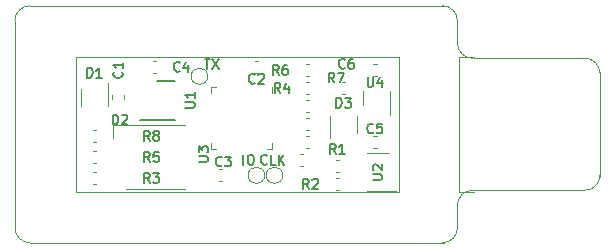
<source format=gbr>
G04 #@! TF.GenerationSoftware,KiCad,Pcbnew,5.1.6-c6e7f7d~86~ubuntu20.04.1*
G04 #@! TF.CreationDate,2020-07-01T18:46:00+05:00*
G04 #@! TF.ProjectId,Main,4d61696e-2e6b-4696-9361-645f70636258,rev?*
G04 #@! TF.SameCoordinates,Original*
G04 #@! TF.FileFunction,Legend,Top*
G04 #@! TF.FilePolarity,Positive*
%FSLAX46Y46*%
G04 Gerber Fmt 4.6, Leading zero omitted, Abs format (unit mm)*
G04 Created by KiCad (PCBNEW 5.1.6-c6e7f7d~86~ubuntu20.04.1) date 2020-07-01 18:46:00*
%MOMM*%
%LPD*%
G01*
G04 APERTURE LIST*
%ADD10C,0.050000*%
%ADD11C,0.152400*%
%ADD12C,0.120000*%
%ADD13C,0.150000*%
G04 APERTURE END LIST*
D10*
X138303000Y-111633000D02*
X173355000Y-111633000D01*
X137033000Y-92837000D02*
X137033000Y-110363000D01*
X185293000Y-107188000D02*
X175768000Y-107188000D01*
X186563000Y-105918000D02*
G75*
G02*
X185293000Y-107188000I-1270000J0D01*
G01*
X186563000Y-97155000D02*
X186563000Y-106045000D01*
X173355000Y-91567000D02*
X138303000Y-91567000D01*
X185293000Y-96012000D02*
G75*
G02*
X186563000Y-97282000I0J-1270000D01*
G01*
X174498000Y-110363000D02*
G75*
G02*
X173228000Y-111633000I-1270000J0D01*
G01*
X175768000Y-96012000D02*
G75*
G02*
X174498000Y-94742000I0J1270000D01*
G01*
X138303000Y-111633000D02*
G75*
G02*
X137033000Y-110363000I0J1270000D01*
G01*
X174498000Y-108458000D02*
X174498000Y-110363000D01*
X137033000Y-92837000D02*
G75*
G02*
X138303000Y-91567000I1270000J0D01*
G01*
X174498000Y-92837000D02*
X174498000Y-94742000D01*
X173228000Y-91567000D02*
G75*
G02*
X174498000Y-92837000I0J-1270000D01*
G01*
X175895000Y-96012000D02*
X185420000Y-96012000D01*
X174498000Y-108458000D02*
G75*
G02*
X175768000Y-107188000I1270000J0D01*
G01*
D11*
X153084469Y-96074895D02*
X153548926Y-96074895D01*
X153316698Y-96887695D02*
X153316698Y-96074895D01*
X153742450Y-96074895D02*
X154284317Y-96887695D01*
X154284317Y-96074895D02*
X153742450Y-96887695D01*
X158364040Y-104938285D02*
X158325336Y-104976990D01*
X158209221Y-105015695D01*
X158131812Y-105015695D01*
X158015698Y-104976990D01*
X157938288Y-104899580D01*
X157899583Y-104822171D01*
X157860879Y-104667352D01*
X157860879Y-104551238D01*
X157899583Y-104396419D01*
X157938288Y-104319009D01*
X158015698Y-104241600D01*
X158131812Y-104202895D01*
X158209221Y-104202895D01*
X158325336Y-104241600D01*
X158364040Y-104280304D01*
X159099431Y-105015695D02*
X158712383Y-105015695D01*
X158712383Y-104202895D01*
X159370364Y-105015695D02*
X159370364Y-104202895D01*
X159834821Y-105015695D02*
X159486479Y-104551238D01*
X159834821Y-104202895D02*
X159370364Y-104667352D01*
X156375583Y-105015695D02*
X156375583Y-104202895D01*
X156917450Y-104202895D02*
X157072269Y-104202895D01*
X157149679Y-104241600D01*
X157227088Y-104319009D01*
X157265793Y-104473828D01*
X157265793Y-104744761D01*
X157227088Y-104899580D01*
X157149679Y-104976990D01*
X157072269Y-105015695D01*
X156917450Y-105015695D01*
X156840040Y-104976990D01*
X156762631Y-104899580D01*
X156723926Y-104744761D01*
X156723926Y-104473828D01*
X156762631Y-104319009D01*
X156840040Y-104241600D01*
X156917450Y-104202895D01*
D10*
X169545000Y-95885000D02*
X142240000Y-95885000D01*
X169545000Y-107315000D02*
X169545000Y-95885000D01*
X142240000Y-95885000D02*
X142240000Y-107315000D01*
X142240000Y-107315000D02*
X169545000Y-107315000D01*
D12*
X167650279Y-96518000D02*
X167324721Y-96518000D01*
X167650279Y-97538000D02*
X167324721Y-97538000D01*
D13*
X149098000Y-97918000D02*
X150598000Y-97918000D01*
X147598000Y-101218000D02*
X150598000Y-101218000D01*
D12*
X161960779Y-99566000D02*
X161635221Y-99566000D01*
X161960779Y-100586000D02*
X161635221Y-100586000D01*
X161960779Y-101090000D02*
X161635221Y-101090000D01*
X161960779Y-102110000D02*
X161635221Y-102110000D01*
X161960779Y-102614000D02*
X161635221Y-102614000D01*
X161960779Y-103634000D02*
X161635221Y-103634000D01*
X161452779Y-104138000D02*
X161127221Y-104138000D01*
X161452779Y-105158000D02*
X161127221Y-105158000D01*
X166497000Y-99992500D02*
X166497000Y-98742500D01*
X168783000Y-100774500D02*
X168783000Y-98742500D01*
X158820000Y-98957000D02*
X158820000Y-98482000D01*
X153600000Y-103702000D02*
X154075000Y-103702000D01*
X153600000Y-103227000D02*
X153600000Y-103702000D01*
X153600000Y-98482000D02*
X154075000Y-98482000D01*
X153600000Y-98957000D02*
X153600000Y-98482000D01*
X158820000Y-103702000D02*
X158345000Y-103702000D01*
X158820000Y-103227000D02*
X158820000Y-103702000D01*
X166867000Y-107274000D02*
X169317000Y-107274000D01*
X168667000Y-104054000D02*
X166867000Y-104054000D01*
X159704000Y-105918000D02*
G75*
G03*
X159704000Y-105918000I-700000J0D01*
G01*
X158180000Y-105918000D02*
G75*
G03*
X158180000Y-105918000I-700000J0D01*
G01*
X153354000Y-97536000D02*
G75*
G03*
X153354000Y-97536000I-700000J0D01*
G01*
X143926779Y-102106000D02*
X143601221Y-102106000D01*
X143926779Y-103126000D02*
X143601221Y-103126000D01*
X164683221Y-99062000D02*
X165008779Y-99062000D01*
X164683221Y-98042000D02*
X165008779Y-98042000D01*
X161635221Y-97538000D02*
X161960779Y-97538000D01*
X161635221Y-96518000D02*
X161960779Y-96518000D01*
X143926779Y-103884000D02*
X143601221Y-103884000D01*
X143926779Y-104904000D02*
X143601221Y-104904000D01*
X161635221Y-99062000D02*
X161960779Y-99062000D01*
X161635221Y-98042000D02*
X161960779Y-98042000D01*
X143926779Y-105662000D02*
X143601221Y-105662000D01*
X143926779Y-106682000D02*
X143601221Y-106682000D01*
X164175221Y-107190000D02*
X164500779Y-107190000D01*
X164175221Y-106170000D02*
X164500779Y-106170000D01*
X164175221Y-105666000D02*
X164500779Y-105666000D01*
X164175221Y-104646000D02*
X164500779Y-104646000D01*
X174625000Y-95900000D02*
X174625000Y-107300000D01*
X174625000Y-95900000D02*
X175895000Y-95900000D01*
X174625000Y-107300000D02*
X175895000Y-107300000D01*
X166006000Y-102300000D02*
X166006000Y-100900000D01*
X163686000Y-100900000D02*
X163686000Y-102800000D01*
X151471000Y-107094000D02*
X146471000Y-107094000D01*
X145371000Y-102794000D02*
X145371000Y-101694000D01*
X145371000Y-101694000D02*
X151471000Y-101694000D01*
X144924000Y-100014000D02*
X144924000Y-98114000D01*
X142604000Y-98614000D02*
X142604000Y-100014000D01*
X167650279Y-102614000D02*
X167324721Y-102614000D01*
X167650279Y-103634000D02*
X167324721Y-103634000D01*
X148681221Y-97284000D02*
X149006779Y-97284000D01*
X148681221Y-96264000D02*
X149006779Y-96264000D01*
X154594779Y-105408000D02*
X154269221Y-105408000D01*
X154594779Y-106428000D02*
X154269221Y-106428000D01*
X157317221Y-97284000D02*
X157642779Y-97284000D01*
X157317221Y-96264000D02*
X157642779Y-96264000D01*
X145286000Y-99151221D02*
X145286000Y-99476779D01*
X146306000Y-99151221D02*
X146306000Y-99476779D01*
D11*
X164964533Y-96810285D02*
X164925828Y-96848990D01*
X164809714Y-96887695D01*
X164732304Y-96887695D01*
X164616190Y-96848990D01*
X164538780Y-96771580D01*
X164500076Y-96694171D01*
X164461371Y-96539352D01*
X164461371Y-96423238D01*
X164500076Y-96268419D01*
X164538780Y-96191009D01*
X164616190Y-96113600D01*
X164732304Y-96074895D01*
X164809714Y-96074895D01*
X164925828Y-96113600D01*
X164964533Y-96152304D01*
X165661219Y-96074895D02*
X165506400Y-96074895D01*
X165428990Y-96113600D01*
X165390285Y-96152304D01*
X165312876Y-96268419D01*
X165274171Y-96423238D01*
X165274171Y-96732876D01*
X165312876Y-96810285D01*
X165351580Y-96848990D01*
X165428990Y-96887695D01*
X165583809Y-96887695D01*
X165661219Y-96848990D01*
X165699923Y-96810285D01*
X165738628Y-96732876D01*
X165738628Y-96539352D01*
X165699923Y-96461942D01*
X165661219Y-96423238D01*
X165583809Y-96384533D01*
X165428990Y-96384533D01*
X165351580Y-96423238D01*
X165312876Y-96461942D01*
X165274171Y-96539352D01*
X151446895Y-100187276D02*
X152104876Y-100187276D01*
X152182285Y-100148571D01*
X152220990Y-100109866D01*
X152259695Y-100032457D01*
X152259695Y-99877638D01*
X152220990Y-99800228D01*
X152182285Y-99761523D01*
X152104876Y-99722819D01*
X151446895Y-99722819D01*
X152259695Y-98910019D02*
X152259695Y-99374476D01*
X152259695Y-99142247D02*
X151446895Y-99142247D01*
X151563009Y-99219657D01*
X151640419Y-99297066D01*
X151679123Y-99374476D01*
X166893723Y-97598895D02*
X166893723Y-98256876D01*
X166932428Y-98334285D01*
X166971133Y-98372990D01*
X167048542Y-98411695D01*
X167203361Y-98411695D01*
X167280771Y-98372990D01*
X167319476Y-98334285D01*
X167358180Y-98256876D01*
X167358180Y-97598895D01*
X168093571Y-97869828D02*
X168093571Y-98411695D01*
X167900047Y-97560190D02*
X167706523Y-98140761D01*
X168209685Y-98140761D01*
X152589895Y-104759276D02*
X153247876Y-104759276D01*
X153325285Y-104720571D01*
X153363990Y-104681866D01*
X153402695Y-104604457D01*
X153402695Y-104449638D01*
X153363990Y-104372228D01*
X153325285Y-104333523D01*
X153247876Y-104294819D01*
X152589895Y-104294819D01*
X152589895Y-103985180D02*
X152589895Y-103482019D01*
X152899533Y-103752952D01*
X152899533Y-103636838D01*
X152938238Y-103559428D01*
X152976942Y-103520723D01*
X153054352Y-103482019D01*
X153247876Y-103482019D01*
X153325285Y-103520723D01*
X153363990Y-103559428D01*
X153402695Y-103636838D01*
X153402695Y-103869066D01*
X153363990Y-103946476D01*
X153325285Y-103985180D01*
X167321895Y-106283276D02*
X167979876Y-106283276D01*
X168057285Y-106244571D01*
X168095990Y-106205866D01*
X168134695Y-106128457D01*
X168134695Y-105973638D01*
X168095990Y-105896228D01*
X168057285Y-105857523D01*
X167979876Y-105818819D01*
X167321895Y-105818819D01*
X167399304Y-105470476D02*
X167360600Y-105431771D01*
X167321895Y-105354361D01*
X167321895Y-105160838D01*
X167360600Y-105083428D01*
X167399304Y-105044723D01*
X167476714Y-105006019D01*
X167554123Y-105006019D01*
X167670238Y-105044723D01*
X168134695Y-105509180D01*
X168134695Y-105006019D01*
X148454533Y-102983695D02*
X148183600Y-102596647D01*
X147990076Y-102983695D02*
X147990076Y-102170895D01*
X148299714Y-102170895D01*
X148377123Y-102209600D01*
X148415828Y-102248304D01*
X148454533Y-102325714D01*
X148454533Y-102441828D01*
X148415828Y-102519238D01*
X148377123Y-102557942D01*
X148299714Y-102596647D01*
X147990076Y-102596647D01*
X148918990Y-102519238D02*
X148841580Y-102480533D01*
X148802876Y-102441828D01*
X148764171Y-102364419D01*
X148764171Y-102325714D01*
X148802876Y-102248304D01*
X148841580Y-102209600D01*
X148918990Y-102170895D01*
X149073809Y-102170895D01*
X149151219Y-102209600D01*
X149189923Y-102248304D01*
X149228628Y-102325714D01*
X149228628Y-102364419D01*
X149189923Y-102441828D01*
X149151219Y-102480533D01*
X149073809Y-102519238D01*
X148918990Y-102519238D01*
X148841580Y-102557942D01*
X148802876Y-102596647D01*
X148764171Y-102674057D01*
X148764171Y-102828876D01*
X148802876Y-102906285D01*
X148841580Y-102944990D01*
X148918990Y-102983695D01*
X149073809Y-102983695D01*
X149151219Y-102944990D01*
X149189923Y-102906285D01*
X149228628Y-102828876D01*
X149228628Y-102674057D01*
X149189923Y-102596647D01*
X149151219Y-102557942D01*
X149073809Y-102519238D01*
X164075533Y-98030695D02*
X163804600Y-97643647D01*
X163611076Y-98030695D02*
X163611076Y-97217895D01*
X163920714Y-97217895D01*
X163998123Y-97256600D01*
X164036828Y-97295304D01*
X164075533Y-97372714D01*
X164075533Y-97488828D01*
X164036828Y-97566238D01*
X163998123Y-97604942D01*
X163920714Y-97643647D01*
X163611076Y-97643647D01*
X164346466Y-97217895D02*
X164888333Y-97217895D01*
X164539990Y-98030695D01*
X159376533Y-97395695D02*
X159105600Y-97008647D01*
X158912076Y-97395695D02*
X158912076Y-96582895D01*
X159221714Y-96582895D01*
X159299123Y-96621600D01*
X159337828Y-96660304D01*
X159376533Y-96737714D01*
X159376533Y-96853828D01*
X159337828Y-96931238D01*
X159299123Y-96969942D01*
X159221714Y-97008647D01*
X158912076Y-97008647D01*
X160073219Y-96582895D02*
X159918400Y-96582895D01*
X159840990Y-96621600D01*
X159802285Y-96660304D01*
X159724876Y-96776419D01*
X159686171Y-96931238D01*
X159686171Y-97240876D01*
X159724876Y-97318285D01*
X159763580Y-97356990D01*
X159840990Y-97395695D01*
X159995809Y-97395695D01*
X160073219Y-97356990D01*
X160111923Y-97318285D01*
X160150628Y-97240876D01*
X160150628Y-97047352D01*
X160111923Y-96969942D01*
X160073219Y-96931238D01*
X159995809Y-96892533D01*
X159840990Y-96892533D01*
X159763580Y-96931238D01*
X159724876Y-96969942D01*
X159686171Y-97047352D01*
X148454533Y-104761695D02*
X148183600Y-104374647D01*
X147990076Y-104761695D02*
X147990076Y-103948895D01*
X148299714Y-103948895D01*
X148377123Y-103987600D01*
X148415828Y-104026304D01*
X148454533Y-104103714D01*
X148454533Y-104219828D01*
X148415828Y-104297238D01*
X148377123Y-104335942D01*
X148299714Y-104374647D01*
X147990076Y-104374647D01*
X149189923Y-103948895D02*
X148802876Y-103948895D01*
X148764171Y-104335942D01*
X148802876Y-104297238D01*
X148880285Y-104258533D01*
X149073809Y-104258533D01*
X149151219Y-104297238D01*
X149189923Y-104335942D01*
X149228628Y-104413352D01*
X149228628Y-104606876D01*
X149189923Y-104684285D01*
X149151219Y-104722990D01*
X149073809Y-104761695D01*
X148880285Y-104761695D01*
X148802876Y-104722990D01*
X148764171Y-104684285D01*
X159503533Y-98919695D02*
X159232600Y-98532647D01*
X159039076Y-98919695D02*
X159039076Y-98106895D01*
X159348714Y-98106895D01*
X159426123Y-98145600D01*
X159464828Y-98184304D01*
X159503533Y-98261714D01*
X159503533Y-98377828D01*
X159464828Y-98455238D01*
X159426123Y-98493942D01*
X159348714Y-98532647D01*
X159039076Y-98532647D01*
X160200219Y-98377828D02*
X160200219Y-98919695D01*
X160006695Y-98068190D02*
X159813171Y-98648761D01*
X160316333Y-98648761D01*
X148454533Y-106539695D02*
X148183600Y-106152647D01*
X147990076Y-106539695D02*
X147990076Y-105726895D01*
X148299714Y-105726895D01*
X148377123Y-105765600D01*
X148415828Y-105804304D01*
X148454533Y-105881714D01*
X148454533Y-105997828D01*
X148415828Y-106075238D01*
X148377123Y-106113942D01*
X148299714Y-106152647D01*
X147990076Y-106152647D01*
X148725466Y-105726895D02*
X149228628Y-105726895D01*
X148957695Y-106036533D01*
X149073809Y-106036533D01*
X149151219Y-106075238D01*
X149189923Y-106113942D01*
X149228628Y-106191352D01*
X149228628Y-106384876D01*
X149189923Y-106462285D01*
X149151219Y-106500990D01*
X149073809Y-106539695D01*
X148841580Y-106539695D01*
X148764171Y-106500990D01*
X148725466Y-106462285D01*
X161916533Y-107047695D02*
X161645600Y-106660647D01*
X161452076Y-107047695D02*
X161452076Y-106234895D01*
X161761714Y-106234895D01*
X161839123Y-106273600D01*
X161877828Y-106312304D01*
X161916533Y-106389714D01*
X161916533Y-106505828D01*
X161877828Y-106583238D01*
X161839123Y-106621942D01*
X161761714Y-106660647D01*
X161452076Y-106660647D01*
X162226171Y-106312304D02*
X162264876Y-106273600D01*
X162342285Y-106234895D01*
X162535809Y-106234895D01*
X162613219Y-106273600D01*
X162651923Y-106312304D01*
X162690628Y-106389714D01*
X162690628Y-106467123D01*
X162651923Y-106583238D01*
X162187466Y-107047695D01*
X162690628Y-107047695D01*
X164202533Y-104093695D02*
X163931600Y-103706647D01*
X163738076Y-104093695D02*
X163738076Y-103280895D01*
X164047714Y-103280895D01*
X164125123Y-103319600D01*
X164163828Y-103358304D01*
X164202533Y-103435714D01*
X164202533Y-103551828D01*
X164163828Y-103629238D01*
X164125123Y-103667942D01*
X164047714Y-103706647D01*
X163738076Y-103706647D01*
X164976628Y-104093695D02*
X164512171Y-104093695D01*
X164744400Y-104093695D02*
X164744400Y-103280895D01*
X164666990Y-103397009D01*
X164589580Y-103474419D01*
X164512171Y-103513123D01*
X164246076Y-100189695D02*
X164246076Y-99376895D01*
X164439600Y-99376895D01*
X164555714Y-99415600D01*
X164633123Y-99493009D01*
X164671828Y-99570419D01*
X164710533Y-99725238D01*
X164710533Y-99841352D01*
X164671828Y-99996171D01*
X164633123Y-100073580D01*
X164555714Y-100150990D01*
X164439600Y-100189695D01*
X164246076Y-100189695D01*
X164981466Y-99376895D02*
X165484628Y-99376895D01*
X165213695Y-99686533D01*
X165329809Y-99686533D01*
X165407219Y-99725238D01*
X165445923Y-99763942D01*
X165484628Y-99841352D01*
X165484628Y-100034876D01*
X165445923Y-100112285D01*
X165407219Y-100150990D01*
X165329809Y-100189695D01*
X165097580Y-100189695D01*
X165020171Y-100150990D01*
X164981466Y-100112285D01*
X145323076Y-101586695D02*
X145323076Y-100773895D01*
X145516600Y-100773895D01*
X145632714Y-100812600D01*
X145710123Y-100890009D01*
X145748828Y-100967419D01*
X145787533Y-101122238D01*
X145787533Y-101238352D01*
X145748828Y-101393171D01*
X145710123Y-101470580D01*
X145632714Y-101547990D01*
X145516600Y-101586695D01*
X145323076Y-101586695D01*
X146097171Y-100851304D02*
X146135876Y-100812600D01*
X146213285Y-100773895D01*
X146406809Y-100773895D01*
X146484219Y-100812600D01*
X146522923Y-100851304D01*
X146561628Y-100928714D01*
X146561628Y-101006123D01*
X146522923Y-101122238D01*
X146058466Y-101586695D01*
X146561628Y-101586695D01*
X143164076Y-97649695D02*
X143164076Y-96836895D01*
X143357600Y-96836895D01*
X143473714Y-96875600D01*
X143551123Y-96953009D01*
X143589828Y-97030419D01*
X143628533Y-97185238D01*
X143628533Y-97301352D01*
X143589828Y-97456171D01*
X143551123Y-97533580D01*
X143473714Y-97610990D01*
X143357600Y-97649695D01*
X143164076Y-97649695D01*
X144402628Y-97649695D02*
X143938171Y-97649695D01*
X144170400Y-97649695D02*
X144170400Y-96836895D01*
X144092990Y-96953009D01*
X144015580Y-97030419D01*
X143938171Y-97069123D01*
X167377533Y-102271285D02*
X167338828Y-102309990D01*
X167222714Y-102348695D01*
X167145304Y-102348695D01*
X167029190Y-102309990D01*
X166951780Y-102232580D01*
X166913076Y-102155171D01*
X166874371Y-102000352D01*
X166874371Y-101884238D01*
X166913076Y-101729419D01*
X166951780Y-101652009D01*
X167029190Y-101574600D01*
X167145304Y-101535895D01*
X167222714Y-101535895D01*
X167338828Y-101574600D01*
X167377533Y-101613304D01*
X168112923Y-101535895D02*
X167725876Y-101535895D01*
X167687171Y-101922942D01*
X167725876Y-101884238D01*
X167803285Y-101845533D01*
X167996809Y-101845533D01*
X168074219Y-101884238D01*
X168112923Y-101922942D01*
X168151628Y-102000352D01*
X168151628Y-102193876D01*
X168112923Y-102271285D01*
X168074219Y-102309990D01*
X167996809Y-102348695D01*
X167803285Y-102348695D01*
X167725876Y-102309990D01*
X167687171Y-102271285D01*
X150994533Y-97064285D02*
X150955828Y-97102990D01*
X150839714Y-97141695D01*
X150762304Y-97141695D01*
X150646190Y-97102990D01*
X150568780Y-97025580D01*
X150530076Y-96948171D01*
X150491371Y-96793352D01*
X150491371Y-96677238D01*
X150530076Y-96522419D01*
X150568780Y-96445009D01*
X150646190Y-96367600D01*
X150762304Y-96328895D01*
X150839714Y-96328895D01*
X150955828Y-96367600D01*
X150994533Y-96406304D01*
X151691219Y-96599828D02*
X151691219Y-97141695D01*
X151497695Y-96290190D02*
X151304171Y-96870761D01*
X151807333Y-96870761D01*
X154550533Y-105065285D02*
X154511828Y-105103990D01*
X154395714Y-105142695D01*
X154318304Y-105142695D01*
X154202190Y-105103990D01*
X154124780Y-105026580D01*
X154086076Y-104949171D01*
X154047371Y-104794352D01*
X154047371Y-104678238D01*
X154086076Y-104523419D01*
X154124780Y-104446009D01*
X154202190Y-104368600D01*
X154318304Y-104329895D01*
X154395714Y-104329895D01*
X154511828Y-104368600D01*
X154550533Y-104407304D01*
X154821466Y-104329895D02*
X155324628Y-104329895D01*
X155053695Y-104639533D01*
X155169809Y-104639533D01*
X155247219Y-104678238D01*
X155285923Y-104716942D01*
X155324628Y-104794352D01*
X155324628Y-104987876D01*
X155285923Y-105065285D01*
X155247219Y-105103990D01*
X155169809Y-105142695D01*
X154937580Y-105142695D01*
X154860171Y-105103990D01*
X154821466Y-105065285D01*
X157344533Y-98080285D02*
X157305828Y-98118990D01*
X157189714Y-98157695D01*
X157112304Y-98157695D01*
X156996190Y-98118990D01*
X156918780Y-98041580D01*
X156880076Y-97964171D01*
X156841371Y-97809352D01*
X156841371Y-97693238D01*
X156880076Y-97538419D01*
X156918780Y-97461009D01*
X156996190Y-97383600D01*
X157112304Y-97344895D01*
X157189714Y-97344895D01*
X157305828Y-97383600D01*
X157344533Y-97422304D01*
X157654171Y-97422304D02*
X157692876Y-97383600D01*
X157770285Y-97344895D01*
X157963809Y-97344895D01*
X158041219Y-97383600D01*
X158079923Y-97422304D01*
X158118628Y-97499714D01*
X158118628Y-97577123D01*
X158079923Y-97693238D01*
X157615466Y-98157695D01*
X158118628Y-98157695D01*
X146086285Y-97163466D02*
X146124990Y-97202171D01*
X146163695Y-97318285D01*
X146163695Y-97395695D01*
X146124990Y-97511809D01*
X146047580Y-97589219D01*
X145970171Y-97627923D01*
X145815352Y-97666628D01*
X145699238Y-97666628D01*
X145544419Y-97627923D01*
X145467009Y-97589219D01*
X145389600Y-97511809D01*
X145350895Y-97395695D01*
X145350895Y-97318285D01*
X145389600Y-97202171D01*
X145428304Y-97163466D01*
X146163695Y-96389371D02*
X146163695Y-96853828D01*
X146163695Y-96621600D02*
X145350895Y-96621600D01*
X145467009Y-96699009D01*
X145544419Y-96776419D01*
X145583123Y-96853828D01*
M02*

</source>
